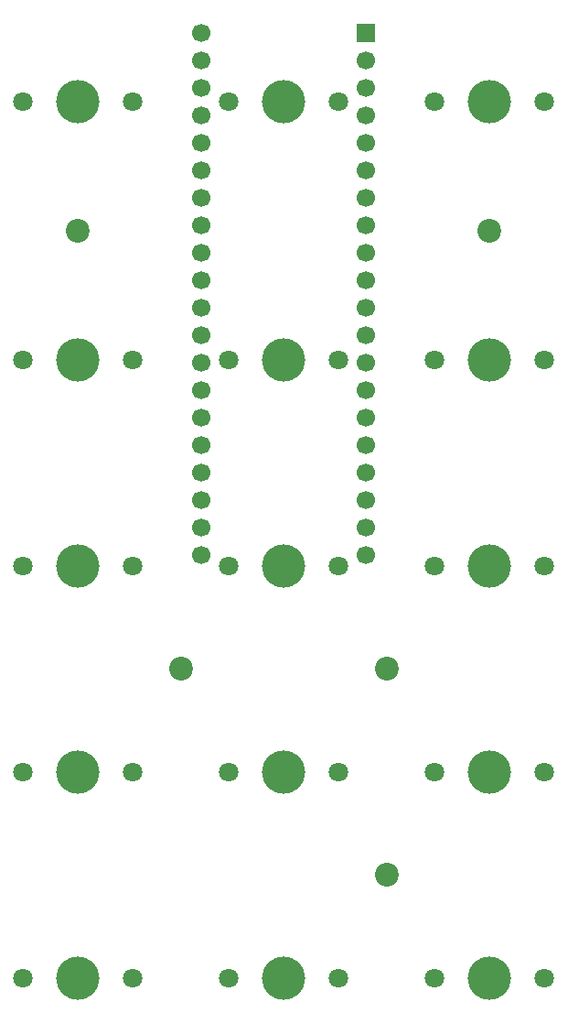
<source format=gbr>
%TF.GenerationSoftware,KiCad,Pcbnew,(6.0.3-11-gdd55ffb75c)*%
%TF.CreationDate,2022-03-17T00:34:44-07:00*%
%TF.ProjectId,keeby cat,6b656562-7920-4636-9174-2e6b69636164,rev?*%
%TF.SameCoordinates,Original*%
%TF.FileFunction,Soldermask,Top*%
%TF.FilePolarity,Negative*%
%FSLAX46Y46*%
G04 Gerber Fmt 4.6, Leading zero omitted, Abs format (unit mm)*
G04 Created by KiCad (PCBNEW (6.0.3-11-gdd55ffb75c)) date 2022-03-17 00:34:44*
%MOMM*%
%LPD*%
G01*
G04 APERTURE LIST*
%ADD10C,1.800000*%
%ADD11C,4.000000*%
%ADD12C,2.200000*%
%ADD13R,1.700000X1.700000*%
%ADD14C,1.700000*%
G04 APERTURE END LIST*
D10*
%TO.C,SW4*%
X106130000Y-90400000D03*
D11*
X111210000Y-90400000D03*
D10*
X116290000Y-90400000D03*
%TD*%
D11*
%TO.C,SW13*%
X111210000Y-147550000D03*
D10*
X116290000Y-147550000D03*
X106130000Y-147550000D03*
%TD*%
D12*
%TO.C,H5*%
X101685000Y-138025000D03*
%TD*%
D11*
%TO.C,SW3*%
X92160000Y-90400000D03*
D10*
X87080000Y-90400000D03*
X97240000Y-90400000D03*
%TD*%
D11*
%TO.C,SW14*%
X92160000Y-66587500D03*
D10*
X97240000Y-66587500D03*
X87080000Y-66587500D03*
%TD*%
D11*
%TO.C,SW9*%
X92160000Y-128500000D03*
D10*
X97240000Y-128500000D03*
X87080000Y-128500000D03*
%TD*%
D12*
%TO.C,H4*%
X101685000Y-118975000D03*
%TD*%
D10*
%TO.C,SW11*%
X68030000Y-147550000D03*
D11*
X73110000Y-147550000D03*
D10*
X78190000Y-147550000D03*
%TD*%
D11*
%TO.C,SW15*%
X111210000Y-66587500D03*
D10*
X106130000Y-66587500D03*
X116290000Y-66587500D03*
%TD*%
%TO.C,SW8*%
X68030000Y-128500000D03*
D11*
X73110000Y-128500000D03*
D10*
X78190000Y-128500000D03*
%TD*%
%TO.C,SW12*%
X87080000Y-147550000D03*
D11*
X92160000Y-147550000D03*
D10*
X97240000Y-147550000D03*
%TD*%
D11*
%TO.C,SW7*%
X111210000Y-109450000D03*
D10*
X116290000Y-109450000D03*
X106130000Y-109450000D03*
%TD*%
%TO.C,SW6*%
X97240000Y-109450000D03*
D11*
X92160000Y-109450000D03*
D10*
X87080000Y-109450000D03*
%TD*%
D11*
%TO.C,SW10*%
X111210000Y-128500000D03*
D10*
X116290000Y-128500000D03*
X106130000Y-128500000D03*
%TD*%
D12*
%TO.C,H1*%
X73110000Y-78493750D03*
%TD*%
%TO.C,H2*%
X111210000Y-78493750D03*
%TD*%
D10*
%TO.C,SW5*%
X68030000Y-109450000D03*
X78190000Y-109450000D03*
D11*
X73110000Y-109450000D03*
%TD*%
D10*
%TO.C,SW2*%
X78190000Y-90400000D03*
X68030000Y-90400000D03*
D11*
X73110000Y-90400000D03*
%TD*%
D12*
%TO.C,H3*%
X82635000Y-118975000D03*
%TD*%
D10*
%TO.C,SW1*%
X68030000Y-66587500D03*
X78190000Y-66587500D03*
D11*
X73110000Y-66587500D03*
%TD*%
D13*
%TO.C,U1*%
X99780000Y-60237500D03*
D14*
X99780000Y-62777500D03*
X99780000Y-65317500D03*
X99780000Y-67857500D03*
X99780000Y-70397500D03*
X99780000Y-72937500D03*
X99780000Y-75477500D03*
X99780000Y-78017500D03*
X99780000Y-80557500D03*
X99780000Y-83097500D03*
X99780000Y-85637500D03*
X99780000Y-88177500D03*
X99780000Y-90717500D03*
X99780000Y-93257500D03*
X99780000Y-95797500D03*
X99780000Y-98337500D03*
X99780000Y-100877500D03*
X99780000Y-103417500D03*
X99780000Y-105957500D03*
X99780000Y-108497500D03*
X84540000Y-108497500D03*
X84540000Y-105957500D03*
X84540000Y-103417500D03*
X84540000Y-100877500D03*
X84540000Y-98337500D03*
X84540000Y-95797500D03*
X84540000Y-93257500D03*
X84540000Y-90717500D03*
X84540000Y-88177500D03*
X84540000Y-85637500D03*
X84540000Y-83097500D03*
X84540000Y-80557500D03*
X84540000Y-78017500D03*
X84540000Y-75477500D03*
X84540000Y-72937500D03*
X84540000Y-70397500D03*
X84540000Y-67857500D03*
X84540000Y-65317500D03*
X84540000Y-62777500D03*
X84540000Y-60237500D03*
%TD*%
M02*

</source>
